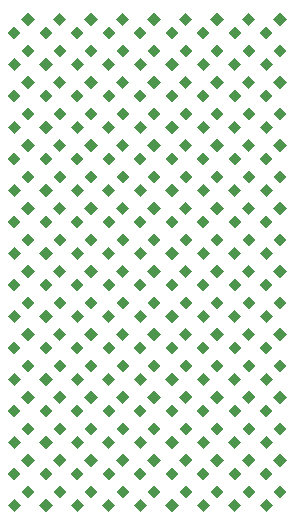
<source format=gbr>
G04 #@! TF.GenerationSoftware,KiCad,Pcbnew,(5.1.12-1-10_14)*
G04 #@! TF.CreationDate,2021-12-27T13:20:27-05:00*
G04 #@! TF.ProjectId,ledtrix,6c656474-7269-4782-9e6b-696361645f70,rev?*
G04 #@! TF.SameCoordinates,Original*
G04 #@! TF.FileFunction,Paste,Top*
G04 #@! TF.FilePolarity,Positive*
%FSLAX46Y46*%
G04 Gerber Fmt 4.6, Leading zero omitted, Abs format (unit mm)*
G04 Created by KiCad (PCBNEW (5.1.12-1-10_14)) date 2021-12-27 13:20:27*
%MOMM*%
%LPD*%
G01*
G04 APERTURE LIST*
%ADD10C,0.100000*%
G04 APERTURE END LIST*
D10*
G04 #@! TO.C,D9.1*
G36*
X178705424Y-64142302D02*
G01*
X178139739Y-63576617D01*
X178705424Y-63010932D01*
X179271109Y-63576617D01*
X178705424Y-64142302D01*
G37*
G36*
X179870000Y-62995685D02*
G01*
X179304315Y-62430000D01*
X179870000Y-61864315D01*
X180435685Y-62430000D01*
X179870000Y-62995685D01*
G37*
G04 #@! TD*
G04 #@! TO.C,D3.3*
G36*
X194705424Y-69475634D02*
G01*
X194139739Y-68909949D01*
X194705424Y-68344264D01*
X195271109Y-68909949D01*
X194705424Y-69475634D01*
G37*
G36*
X195870000Y-68329017D02*
G01*
X195304315Y-67763332D01*
X195870000Y-67197647D01*
X196435685Y-67763332D01*
X195870000Y-68329017D01*
G37*
G04 #@! TD*
G04 #@! TO.C,D9.14*
G36*
X178705424Y-98808960D02*
G01*
X178139739Y-98243275D01*
X178705424Y-97677590D01*
X179271109Y-98243275D01*
X178705424Y-98808960D01*
G37*
G36*
X179870000Y-97662343D02*
G01*
X179304315Y-97096658D01*
X179870000Y-96530973D01*
X180435685Y-97096658D01*
X179870000Y-97662343D01*
G37*
G04 #@! TD*
G04 #@! TO.C,D9.13*
G36*
X178705424Y-96142294D02*
G01*
X178139739Y-95576609D01*
X178705424Y-95010924D01*
X179271109Y-95576609D01*
X178705424Y-96142294D01*
G37*
G36*
X179870000Y-94995677D02*
G01*
X179304315Y-94429992D01*
X179870000Y-93864307D01*
X180435685Y-94429992D01*
X179870000Y-94995677D01*
G37*
G04 #@! TD*
G04 #@! TO.C,D9.12*
G36*
X178705424Y-93475628D02*
G01*
X178139739Y-92909943D01*
X178705424Y-92344258D01*
X179271109Y-92909943D01*
X178705424Y-93475628D01*
G37*
G36*
X179870000Y-92329011D02*
G01*
X179304315Y-91763326D01*
X179870000Y-91197641D01*
X180435685Y-91763326D01*
X179870000Y-92329011D01*
G37*
G04 #@! TD*
G04 #@! TO.C,D9.2*
G36*
X178705424Y-66808968D02*
G01*
X178139739Y-66243283D01*
X178705424Y-65677598D01*
X179271109Y-66243283D01*
X178705424Y-66808968D01*
G37*
G36*
X179870000Y-65662351D02*
G01*
X179304315Y-65096666D01*
X179870000Y-64530981D01*
X180435685Y-65096666D01*
X179870000Y-65662351D01*
G37*
G04 #@! TD*
G04 #@! TO.C,D9.3*
G36*
X178705424Y-69475634D02*
G01*
X178139739Y-68909949D01*
X178705424Y-68344264D01*
X179271109Y-68909949D01*
X178705424Y-69475634D01*
G37*
G36*
X179870000Y-68329017D02*
G01*
X179304315Y-67763332D01*
X179870000Y-67197647D01*
X180435685Y-67763332D01*
X179870000Y-68329017D01*
G37*
G04 #@! TD*
G04 #@! TO.C,D9.4*
G36*
X178705424Y-72142300D02*
G01*
X178139739Y-71576615D01*
X178705424Y-71010930D01*
X179271109Y-71576615D01*
X178705424Y-72142300D01*
G37*
G36*
X179870000Y-70995683D02*
G01*
X179304315Y-70429998D01*
X179870000Y-69864313D01*
X180435685Y-70429998D01*
X179870000Y-70995683D01*
G37*
G04 #@! TD*
G04 #@! TO.C,D9.5*
G36*
X178705424Y-74808966D02*
G01*
X178139739Y-74243281D01*
X178705424Y-73677596D01*
X179271109Y-74243281D01*
X178705424Y-74808966D01*
G37*
G36*
X179870000Y-73662349D02*
G01*
X179304315Y-73096664D01*
X179870000Y-72530979D01*
X180435685Y-73096664D01*
X179870000Y-73662349D01*
G37*
G04 #@! TD*
G04 #@! TO.C,D9.15*
G36*
X178705424Y-101475626D02*
G01*
X178139739Y-100909941D01*
X178705424Y-100344256D01*
X179271109Y-100909941D01*
X178705424Y-101475626D01*
G37*
G36*
X179870000Y-100329009D02*
G01*
X179304315Y-99763324D01*
X179870000Y-99197639D01*
X180435685Y-99763324D01*
X179870000Y-100329009D01*
G37*
G04 #@! TD*
G04 #@! TO.C,D9.6*
G36*
X178705424Y-77475632D02*
G01*
X178139739Y-76909947D01*
X178705424Y-76344262D01*
X179271109Y-76909947D01*
X178705424Y-77475632D01*
G37*
G36*
X179870000Y-76329015D02*
G01*
X179304315Y-75763330D01*
X179870000Y-75197645D01*
X180435685Y-75763330D01*
X179870000Y-76329015D01*
G37*
G04 #@! TD*
G04 #@! TO.C,D9.7*
G36*
X178705424Y-80142298D02*
G01*
X178139739Y-79576613D01*
X178705424Y-79010928D01*
X179271109Y-79576613D01*
X178705424Y-80142298D01*
G37*
G36*
X179870000Y-78995681D02*
G01*
X179304315Y-78429996D01*
X179870000Y-77864311D01*
X180435685Y-78429996D01*
X179870000Y-78995681D01*
G37*
G04 #@! TD*
G04 #@! TO.C,D9.8*
G36*
X178705424Y-82808964D02*
G01*
X178139739Y-82243279D01*
X178705424Y-81677594D01*
X179271109Y-82243279D01*
X178705424Y-82808964D01*
G37*
G36*
X179870000Y-81662347D02*
G01*
X179304315Y-81096662D01*
X179870000Y-80530977D01*
X180435685Y-81096662D01*
X179870000Y-81662347D01*
G37*
G04 #@! TD*
G04 #@! TO.C,D9.9*
G36*
X178705424Y-85475630D02*
G01*
X178139739Y-84909945D01*
X178705424Y-84344260D01*
X179271109Y-84909945D01*
X178705424Y-85475630D01*
G37*
G36*
X179870000Y-84329013D02*
G01*
X179304315Y-83763328D01*
X179870000Y-83197643D01*
X180435685Y-83763328D01*
X179870000Y-84329013D01*
G37*
G04 #@! TD*
G04 #@! TO.C,D9.10*
G36*
X178705424Y-88142296D02*
G01*
X178139739Y-87576611D01*
X178705424Y-87010926D01*
X179271109Y-87576611D01*
X178705424Y-88142296D01*
G37*
G36*
X179870000Y-86995679D02*
G01*
X179304315Y-86429994D01*
X179870000Y-85864309D01*
X180435685Y-86429994D01*
X179870000Y-86995679D01*
G37*
G04 #@! TD*
G04 #@! TO.C,D9.11*
G36*
X178705424Y-90808962D02*
G01*
X178139739Y-90243277D01*
X178705424Y-89677592D01*
X179271109Y-90243277D01*
X178705424Y-90808962D01*
G37*
G36*
X179870000Y-89662345D02*
G01*
X179304315Y-89096660D01*
X179870000Y-88530975D01*
X180435685Y-89096660D01*
X179870000Y-89662345D01*
G37*
G04 #@! TD*
G04 #@! TO.C,D9.16*
G36*
X178705424Y-104142292D02*
G01*
X178139739Y-103576607D01*
X178705424Y-103010922D01*
X179271109Y-103576607D01*
X178705424Y-104142292D01*
G37*
G36*
X179870000Y-102995675D02*
G01*
X179304315Y-102429990D01*
X179870000Y-101864305D01*
X180435685Y-102429990D01*
X179870000Y-102995675D01*
G37*
G04 #@! TD*
G04 #@! TO.C,D8.14*
G36*
X181375424Y-98808960D02*
G01*
X180809739Y-98243275D01*
X181375424Y-97677590D01*
X181941109Y-98243275D01*
X181375424Y-98808960D01*
G37*
G36*
X182540000Y-97662343D02*
G01*
X181974315Y-97096658D01*
X182540000Y-96530973D01*
X183105685Y-97096658D01*
X182540000Y-97662343D01*
G37*
G04 #@! TD*
G04 #@! TO.C,D8.13*
G36*
X181375424Y-96142294D02*
G01*
X180809739Y-95576609D01*
X181375424Y-95010924D01*
X181941109Y-95576609D01*
X181375424Y-96142294D01*
G37*
G36*
X182540000Y-94995677D02*
G01*
X181974315Y-94429992D01*
X182540000Y-93864307D01*
X183105685Y-94429992D01*
X182540000Y-94995677D01*
G37*
G04 #@! TD*
G04 #@! TO.C,D8.12*
G36*
X181375424Y-93475628D02*
G01*
X180809739Y-92909943D01*
X181375424Y-92344258D01*
X181941109Y-92909943D01*
X181375424Y-93475628D01*
G37*
G36*
X182540000Y-92329011D02*
G01*
X181974315Y-91763326D01*
X182540000Y-91197641D01*
X183105685Y-91763326D01*
X182540000Y-92329011D01*
G37*
G04 #@! TD*
G04 #@! TO.C,D8.1*
G36*
X181375424Y-64142302D02*
G01*
X180809739Y-63576617D01*
X181375424Y-63010932D01*
X181941109Y-63576617D01*
X181375424Y-64142302D01*
G37*
G36*
X182540000Y-62995685D02*
G01*
X181974315Y-62430000D01*
X182540000Y-61864315D01*
X183105685Y-62430000D01*
X182540000Y-62995685D01*
G37*
G04 #@! TD*
G04 #@! TO.C,D8.2*
G36*
X181375424Y-66808968D02*
G01*
X180809739Y-66243283D01*
X181375424Y-65677598D01*
X181941109Y-66243283D01*
X181375424Y-66808968D01*
G37*
G36*
X182540000Y-65662351D02*
G01*
X181974315Y-65096666D01*
X182540000Y-64530981D01*
X183105685Y-65096666D01*
X182540000Y-65662351D01*
G37*
G04 #@! TD*
G04 #@! TO.C,D8.3*
G36*
X181375424Y-69475634D02*
G01*
X180809739Y-68909949D01*
X181375424Y-68344264D01*
X181941109Y-68909949D01*
X181375424Y-69475634D01*
G37*
G36*
X182540000Y-68329017D02*
G01*
X181974315Y-67763332D01*
X182540000Y-67197647D01*
X183105685Y-67763332D01*
X182540000Y-68329017D01*
G37*
G04 #@! TD*
G04 #@! TO.C,D8.4*
G36*
X181375424Y-72142300D02*
G01*
X180809739Y-71576615D01*
X181375424Y-71010930D01*
X181941109Y-71576615D01*
X181375424Y-72142300D01*
G37*
G36*
X182540000Y-70995683D02*
G01*
X181974315Y-70429998D01*
X182540000Y-69864313D01*
X183105685Y-70429998D01*
X182540000Y-70995683D01*
G37*
G04 #@! TD*
G04 #@! TO.C,D8.5*
G36*
X181375424Y-74808966D02*
G01*
X180809739Y-74243281D01*
X181375424Y-73677596D01*
X181941109Y-74243281D01*
X181375424Y-74808966D01*
G37*
G36*
X182540000Y-73662349D02*
G01*
X181974315Y-73096664D01*
X182540000Y-72530979D01*
X183105685Y-73096664D01*
X182540000Y-73662349D01*
G37*
G04 #@! TD*
G04 #@! TO.C,D8.15*
G36*
X181375424Y-101475626D02*
G01*
X180809739Y-100909941D01*
X181375424Y-100344256D01*
X181941109Y-100909941D01*
X181375424Y-101475626D01*
G37*
G36*
X182540000Y-100329009D02*
G01*
X181974315Y-99763324D01*
X182540000Y-99197639D01*
X183105685Y-99763324D01*
X182540000Y-100329009D01*
G37*
G04 #@! TD*
G04 #@! TO.C,D8.6*
G36*
X181375424Y-77475632D02*
G01*
X180809739Y-76909947D01*
X181375424Y-76344262D01*
X181941109Y-76909947D01*
X181375424Y-77475632D01*
G37*
G36*
X182540000Y-76329015D02*
G01*
X181974315Y-75763330D01*
X182540000Y-75197645D01*
X183105685Y-75763330D01*
X182540000Y-76329015D01*
G37*
G04 #@! TD*
G04 #@! TO.C,D8.7*
G36*
X181375424Y-80142298D02*
G01*
X180809739Y-79576613D01*
X181375424Y-79010928D01*
X181941109Y-79576613D01*
X181375424Y-80142298D01*
G37*
G36*
X182540000Y-78995681D02*
G01*
X181974315Y-78429996D01*
X182540000Y-77864311D01*
X183105685Y-78429996D01*
X182540000Y-78995681D01*
G37*
G04 #@! TD*
G04 #@! TO.C,D8.8*
G36*
X181375424Y-82808964D02*
G01*
X180809739Y-82243279D01*
X181375424Y-81677594D01*
X181941109Y-82243279D01*
X181375424Y-82808964D01*
G37*
G36*
X182540000Y-81662347D02*
G01*
X181974315Y-81096662D01*
X182540000Y-80530977D01*
X183105685Y-81096662D01*
X182540000Y-81662347D01*
G37*
G04 #@! TD*
G04 #@! TO.C,D8.9*
G36*
X181375424Y-85475630D02*
G01*
X180809739Y-84909945D01*
X181375424Y-84344260D01*
X181941109Y-84909945D01*
X181375424Y-85475630D01*
G37*
G36*
X182540000Y-84329013D02*
G01*
X181974315Y-83763328D01*
X182540000Y-83197643D01*
X183105685Y-83763328D01*
X182540000Y-84329013D01*
G37*
G04 #@! TD*
G04 #@! TO.C,D8.10*
G36*
X181375424Y-88142296D02*
G01*
X180809739Y-87576611D01*
X181375424Y-87010926D01*
X181941109Y-87576611D01*
X181375424Y-88142296D01*
G37*
G36*
X182540000Y-86995679D02*
G01*
X181974315Y-86429994D01*
X182540000Y-85864309D01*
X183105685Y-86429994D01*
X182540000Y-86995679D01*
G37*
G04 #@! TD*
G04 #@! TO.C,D8.11*
G36*
X181375424Y-90808962D02*
G01*
X180809739Y-90243277D01*
X181375424Y-89677592D01*
X181941109Y-90243277D01*
X181375424Y-90808962D01*
G37*
G36*
X182540000Y-89662345D02*
G01*
X181974315Y-89096660D01*
X182540000Y-88530975D01*
X183105685Y-89096660D01*
X182540000Y-89662345D01*
G37*
G04 #@! TD*
G04 #@! TO.C,D8.16*
G36*
X181375424Y-104142292D02*
G01*
X180809739Y-103576607D01*
X181375424Y-103010922D01*
X181941109Y-103576607D01*
X181375424Y-104142292D01*
G37*
G36*
X182540000Y-102995675D02*
G01*
X181974315Y-102429990D01*
X182540000Y-101864305D01*
X183105685Y-102429990D01*
X182540000Y-102995675D01*
G37*
G04 #@! TD*
G04 #@! TO.C,D7.14*
G36*
X184045424Y-98808960D02*
G01*
X183479739Y-98243275D01*
X184045424Y-97677590D01*
X184611109Y-98243275D01*
X184045424Y-98808960D01*
G37*
G36*
X185210000Y-97662343D02*
G01*
X184644315Y-97096658D01*
X185210000Y-96530973D01*
X185775685Y-97096658D01*
X185210000Y-97662343D01*
G37*
G04 #@! TD*
G04 #@! TO.C,D7.13*
G36*
X184045424Y-96142294D02*
G01*
X183479739Y-95576609D01*
X184045424Y-95010924D01*
X184611109Y-95576609D01*
X184045424Y-96142294D01*
G37*
G36*
X185210000Y-94995677D02*
G01*
X184644315Y-94429992D01*
X185210000Y-93864307D01*
X185775685Y-94429992D01*
X185210000Y-94995677D01*
G37*
G04 #@! TD*
G04 #@! TO.C,D7.12*
G36*
X184045424Y-93475628D02*
G01*
X183479739Y-92909943D01*
X184045424Y-92344258D01*
X184611109Y-92909943D01*
X184045424Y-93475628D01*
G37*
G36*
X185210000Y-92329011D02*
G01*
X184644315Y-91763326D01*
X185210000Y-91197641D01*
X185775685Y-91763326D01*
X185210000Y-92329011D01*
G37*
G04 #@! TD*
G04 #@! TO.C,D7.1*
G36*
X184045424Y-64142302D02*
G01*
X183479739Y-63576617D01*
X184045424Y-63010932D01*
X184611109Y-63576617D01*
X184045424Y-64142302D01*
G37*
G36*
X185210000Y-62995685D02*
G01*
X184644315Y-62430000D01*
X185210000Y-61864315D01*
X185775685Y-62430000D01*
X185210000Y-62995685D01*
G37*
G04 #@! TD*
G04 #@! TO.C,D7.2*
G36*
X184045424Y-66808968D02*
G01*
X183479739Y-66243283D01*
X184045424Y-65677598D01*
X184611109Y-66243283D01*
X184045424Y-66808968D01*
G37*
G36*
X185210000Y-65662351D02*
G01*
X184644315Y-65096666D01*
X185210000Y-64530981D01*
X185775685Y-65096666D01*
X185210000Y-65662351D01*
G37*
G04 #@! TD*
G04 #@! TO.C,D7.3*
G36*
X184045424Y-69475634D02*
G01*
X183479739Y-68909949D01*
X184045424Y-68344264D01*
X184611109Y-68909949D01*
X184045424Y-69475634D01*
G37*
G36*
X185210000Y-68329017D02*
G01*
X184644315Y-67763332D01*
X185210000Y-67197647D01*
X185775685Y-67763332D01*
X185210000Y-68329017D01*
G37*
G04 #@! TD*
G04 #@! TO.C,D7.4*
G36*
X184045424Y-72142300D02*
G01*
X183479739Y-71576615D01*
X184045424Y-71010930D01*
X184611109Y-71576615D01*
X184045424Y-72142300D01*
G37*
G36*
X185210000Y-70995683D02*
G01*
X184644315Y-70429998D01*
X185210000Y-69864313D01*
X185775685Y-70429998D01*
X185210000Y-70995683D01*
G37*
G04 #@! TD*
G04 #@! TO.C,D7.5*
G36*
X184045424Y-74808966D02*
G01*
X183479739Y-74243281D01*
X184045424Y-73677596D01*
X184611109Y-74243281D01*
X184045424Y-74808966D01*
G37*
G36*
X185210000Y-73662349D02*
G01*
X184644315Y-73096664D01*
X185210000Y-72530979D01*
X185775685Y-73096664D01*
X185210000Y-73662349D01*
G37*
G04 #@! TD*
G04 #@! TO.C,D7.15*
G36*
X184045424Y-101475626D02*
G01*
X183479739Y-100909941D01*
X184045424Y-100344256D01*
X184611109Y-100909941D01*
X184045424Y-101475626D01*
G37*
G36*
X185210000Y-100329009D02*
G01*
X184644315Y-99763324D01*
X185210000Y-99197639D01*
X185775685Y-99763324D01*
X185210000Y-100329009D01*
G37*
G04 #@! TD*
G04 #@! TO.C,D7.6*
G36*
X184045424Y-77475632D02*
G01*
X183479739Y-76909947D01*
X184045424Y-76344262D01*
X184611109Y-76909947D01*
X184045424Y-77475632D01*
G37*
G36*
X185210000Y-76329015D02*
G01*
X184644315Y-75763330D01*
X185210000Y-75197645D01*
X185775685Y-75763330D01*
X185210000Y-76329015D01*
G37*
G04 #@! TD*
G04 #@! TO.C,D7.7*
G36*
X184045424Y-80142298D02*
G01*
X183479739Y-79576613D01*
X184045424Y-79010928D01*
X184611109Y-79576613D01*
X184045424Y-80142298D01*
G37*
G36*
X185210000Y-78995681D02*
G01*
X184644315Y-78429996D01*
X185210000Y-77864311D01*
X185775685Y-78429996D01*
X185210000Y-78995681D01*
G37*
G04 #@! TD*
G04 #@! TO.C,D7.8*
G36*
X184045424Y-82808964D02*
G01*
X183479739Y-82243279D01*
X184045424Y-81677594D01*
X184611109Y-82243279D01*
X184045424Y-82808964D01*
G37*
G36*
X185210000Y-81662347D02*
G01*
X184644315Y-81096662D01*
X185210000Y-80530977D01*
X185775685Y-81096662D01*
X185210000Y-81662347D01*
G37*
G04 #@! TD*
G04 #@! TO.C,D7.9*
G36*
X184045424Y-85475630D02*
G01*
X183479739Y-84909945D01*
X184045424Y-84344260D01*
X184611109Y-84909945D01*
X184045424Y-85475630D01*
G37*
G36*
X185210000Y-84329013D02*
G01*
X184644315Y-83763328D01*
X185210000Y-83197643D01*
X185775685Y-83763328D01*
X185210000Y-84329013D01*
G37*
G04 #@! TD*
G04 #@! TO.C,D7.10*
G36*
X184045424Y-88142296D02*
G01*
X183479739Y-87576611D01*
X184045424Y-87010926D01*
X184611109Y-87576611D01*
X184045424Y-88142296D01*
G37*
G36*
X185210000Y-86995679D02*
G01*
X184644315Y-86429994D01*
X185210000Y-85864309D01*
X185775685Y-86429994D01*
X185210000Y-86995679D01*
G37*
G04 #@! TD*
G04 #@! TO.C,D7.11*
G36*
X184045424Y-90808962D02*
G01*
X183479739Y-90243277D01*
X184045424Y-89677592D01*
X184611109Y-90243277D01*
X184045424Y-90808962D01*
G37*
G36*
X185210000Y-89662345D02*
G01*
X184644315Y-89096660D01*
X185210000Y-88530975D01*
X185775685Y-89096660D01*
X185210000Y-89662345D01*
G37*
G04 #@! TD*
G04 #@! TO.C,D7.16*
G36*
X184045424Y-104142292D02*
G01*
X183479739Y-103576607D01*
X184045424Y-103010922D01*
X184611109Y-103576607D01*
X184045424Y-104142292D01*
G37*
G36*
X185210000Y-102995675D02*
G01*
X184644315Y-102429990D01*
X185210000Y-101864305D01*
X185775685Y-102429990D01*
X185210000Y-102995675D01*
G37*
G04 #@! TD*
G04 #@! TO.C,D6.14*
G36*
X186705424Y-98808960D02*
G01*
X186139739Y-98243275D01*
X186705424Y-97677590D01*
X187271109Y-98243275D01*
X186705424Y-98808960D01*
G37*
G36*
X187870000Y-97662343D02*
G01*
X187304315Y-97096658D01*
X187870000Y-96530973D01*
X188435685Y-97096658D01*
X187870000Y-97662343D01*
G37*
G04 #@! TD*
G04 #@! TO.C,D6.13*
G36*
X186705424Y-96142294D02*
G01*
X186139739Y-95576609D01*
X186705424Y-95010924D01*
X187271109Y-95576609D01*
X186705424Y-96142294D01*
G37*
G36*
X187870000Y-94995677D02*
G01*
X187304315Y-94429992D01*
X187870000Y-93864307D01*
X188435685Y-94429992D01*
X187870000Y-94995677D01*
G37*
G04 #@! TD*
G04 #@! TO.C,D6.12*
G36*
X186705424Y-93475628D02*
G01*
X186139739Y-92909943D01*
X186705424Y-92344258D01*
X187271109Y-92909943D01*
X186705424Y-93475628D01*
G37*
G36*
X187870000Y-92329011D02*
G01*
X187304315Y-91763326D01*
X187870000Y-91197641D01*
X188435685Y-91763326D01*
X187870000Y-92329011D01*
G37*
G04 #@! TD*
G04 #@! TO.C,D6.1*
G36*
X186705424Y-64142302D02*
G01*
X186139739Y-63576617D01*
X186705424Y-63010932D01*
X187271109Y-63576617D01*
X186705424Y-64142302D01*
G37*
G36*
X187870000Y-62995685D02*
G01*
X187304315Y-62430000D01*
X187870000Y-61864315D01*
X188435685Y-62430000D01*
X187870000Y-62995685D01*
G37*
G04 #@! TD*
G04 #@! TO.C,D6.2*
G36*
X186705424Y-66808968D02*
G01*
X186139739Y-66243283D01*
X186705424Y-65677598D01*
X187271109Y-66243283D01*
X186705424Y-66808968D01*
G37*
G36*
X187870000Y-65662351D02*
G01*
X187304315Y-65096666D01*
X187870000Y-64530981D01*
X188435685Y-65096666D01*
X187870000Y-65662351D01*
G37*
G04 #@! TD*
G04 #@! TO.C,D6.3*
G36*
X186705424Y-69475634D02*
G01*
X186139739Y-68909949D01*
X186705424Y-68344264D01*
X187271109Y-68909949D01*
X186705424Y-69475634D01*
G37*
G36*
X187870000Y-68329017D02*
G01*
X187304315Y-67763332D01*
X187870000Y-67197647D01*
X188435685Y-67763332D01*
X187870000Y-68329017D01*
G37*
G04 #@! TD*
G04 #@! TO.C,D6.4*
G36*
X186705424Y-72142300D02*
G01*
X186139739Y-71576615D01*
X186705424Y-71010930D01*
X187271109Y-71576615D01*
X186705424Y-72142300D01*
G37*
G36*
X187870000Y-70995683D02*
G01*
X187304315Y-70429998D01*
X187870000Y-69864313D01*
X188435685Y-70429998D01*
X187870000Y-70995683D01*
G37*
G04 #@! TD*
G04 #@! TO.C,D6.5*
G36*
X186705424Y-74808966D02*
G01*
X186139739Y-74243281D01*
X186705424Y-73677596D01*
X187271109Y-74243281D01*
X186705424Y-74808966D01*
G37*
G36*
X187870000Y-73662349D02*
G01*
X187304315Y-73096664D01*
X187870000Y-72530979D01*
X188435685Y-73096664D01*
X187870000Y-73662349D01*
G37*
G04 #@! TD*
G04 #@! TO.C,D6.15*
G36*
X186705424Y-101475626D02*
G01*
X186139739Y-100909941D01*
X186705424Y-100344256D01*
X187271109Y-100909941D01*
X186705424Y-101475626D01*
G37*
G36*
X187870000Y-100329009D02*
G01*
X187304315Y-99763324D01*
X187870000Y-99197639D01*
X188435685Y-99763324D01*
X187870000Y-100329009D01*
G37*
G04 #@! TD*
G04 #@! TO.C,D6.6*
G36*
X186705424Y-77475632D02*
G01*
X186139739Y-76909947D01*
X186705424Y-76344262D01*
X187271109Y-76909947D01*
X186705424Y-77475632D01*
G37*
G36*
X187870000Y-76329015D02*
G01*
X187304315Y-75763330D01*
X187870000Y-75197645D01*
X188435685Y-75763330D01*
X187870000Y-76329015D01*
G37*
G04 #@! TD*
G04 #@! TO.C,D6.7*
G36*
X186705424Y-80142298D02*
G01*
X186139739Y-79576613D01*
X186705424Y-79010928D01*
X187271109Y-79576613D01*
X186705424Y-80142298D01*
G37*
G36*
X187870000Y-78995681D02*
G01*
X187304315Y-78429996D01*
X187870000Y-77864311D01*
X188435685Y-78429996D01*
X187870000Y-78995681D01*
G37*
G04 #@! TD*
G04 #@! TO.C,D6.8*
G36*
X186705424Y-82808964D02*
G01*
X186139739Y-82243279D01*
X186705424Y-81677594D01*
X187271109Y-82243279D01*
X186705424Y-82808964D01*
G37*
G36*
X187870000Y-81662347D02*
G01*
X187304315Y-81096662D01*
X187870000Y-80530977D01*
X188435685Y-81096662D01*
X187870000Y-81662347D01*
G37*
G04 #@! TD*
G04 #@! TO.C,D6.9*
G36*
X186705424Y-85475630D02*
G01*
X186139739Y-84909945D01*
X186705424Y-84344260D01*
X187271109Y-84909945D01*
X186705424Y-85475630D01*
G37*
G36*
X187870000Y-84329013D02*
G01*
X187304315Y-83763328D01*
X187870000Y-83197643D01*
X188435685Y-83763328D01*
X187870000Y-84329013D01*
G37*
G04 #@! TD*
G04 #@! TO.C,D6.10*
G36*
X186705424Y-88142296D02*
G01*
X186139739Y-87576611D01*
X186705424Y-87010926D01*
X187271109Y-87576611D01*
X186705424Y-88142296D01*
G37*
G36*
X187870000Y-86995679D02*
G01*
X187304315Y-86429994D01*
X187870000Y-85864309D01*
X188435685Y-86429994D01*
X187870000Y-86995679D01*
G37*
G04 #@! TD*
G04 #@! TO.C,D6.11*
G36*
X186705424Y-90808962D02*
G01*
X186139739Y-90243277D01*
X186705424Y-89677592D01*
X187271109Y-90243277D01*
X186705424Y-90808962D01*
G37*
G36*
X187870000Y-89662345D02*
G01*
X187304315Y-89096660D01*
X187870000Y-88530975D01*
X188435685Y-89096660D01*
X187870000Y-89662345D01*
G37*
G04 #@! TD*
G04 #@! TO.C,D6.16*
G36*
X186705424Y-104142292D02*
G01*
X186139739Y-103576607D01*
X186705424Y-103010922D01*
X187271109Y-103576607D01*
X186705424Y-104142292D01*
G37*
G36*
X187870000Y-102995675D02*
G01*
X187304315Y-102429990D01*
X187870000Y-101864305D01*
X188435685Y-102429990D01*
X187870000Y-102995675D01*
G37*
G04 #@! TD*
G04 #@! TO.C,D5.14*
G36*
X189375424Y-98808960D02*
G01*
X188809739Y-98243275D01*
X189375424Y-97677590D01*
X189941109Y-98243275D01*
X189375424Y-98808960D01*
G37*
G36*
X190540000Y-97662343D02*
G01*
X189974315Y-97096658D01*
X190540000Y-96530973D01*
X191105685Y-97096658D01*
X190540000Y-97662343D01*
G37*
G04 #@! TD*
G04 #@! TO.C,D5.13*
G36*
X189375424Y-96142294D02*
G01*
X188809739Y-95576609D01*
X189375424Y-95010924D01*
X189941109Y-95576609D01*
X189375424Y-96142294D01*
G37*
G36*
X190540000Y-94995677D02*
G01*
X189974315Y-94429992D01*
X190540000Y-93864307D01*
X191105685Y-94429992D01*
X190540000Y-94995677D01*
G37*
G04 #@! TD*
G04 #@! TO.C,D5.12*
G36*
X189375424Y-93475628D02*
G01*
X188809739Y-92909943D01*
X189375424Y-92344258D01*
X189941109Y-92909943D01*
X189375424Y-93475628D01*
G37*
G36*
X190540000Y-92329011D02*
G01*
X189974315Y-91763326D01*
X190540000Y-91197641D01*
X191105685Y-91763326D01*
X190540000Y-92329011D01*
G37*
G04 #@! TD*
G04 #@! TO.C,D5.1*
G36*
X189375424Y-64142302D02*
G01*
X188809739Y-63576617D01*
X189375424Y-63010932D01*
X189941109Y-63576617D01*
X189375424Y-64142302D01*
G37*
G36*
X190540000Y-62995685D02*
G01*
X189974315Y-62430000D01*
X190540000Y-61864315D01*
X191105685Y-62430000D01*
X190540000Y-62995685D01*
G37*
G04 #@! TD*
G04 #@! TO.C,D5.2*
G36*
X189375424Y-66808968D02*
G01*
X188809739Y-66243283D01*
X189375424Y-65677598D01*
X189941109Y-66243283D01*
X189375424Y-66808968D01*
G37*
G36*
X190540000Y-65662351D02*
G01*
X189974315Y-65096666D01*
X190540000Y-64530981D01*
X191105685Y-65096666D01*
X190540000Y-65662351D01*
G37*
G04 #@! TD*
G04 #@! TO.C,D5.3*
G36*
X189375424Y-69475634D02*
G01*
X188809739Y-68909949D01*
X189375424Y-68344264D01*
X189941109Y-68909949D01*
X189375424Y-69475634D01*
G37*
G36*
X190540000Y-68329017D02*
G01*
X189974315Y-67763332D01*
X190540000Y-67197647D01*
X191105685Y-67763332D01*
X190540000Y-68329017D01*
G37*
G04 #@! TD*
G04 #@! TO.C,D5.4*
G36*
X189375424Y-72142300D02*
G01*
X188809739Y-71576615D01*
X189375424Y-71010930D01*
X189941109Y-71576615D01*
X189375424Y-72142300D01*
G37*
G36*
X190540000Y-70995683D02*
G01*
X189974315Y-70429998D01*
X190540000Y-69864313D01*
X191105685Y-70429998D01*
X190540000Y-70995683D01*
G37*
G04 #@! TD*
G04 #@! TO.C,D5.5*
G36*
X189375424Y-74808966D02*
G01*
X188809739Y-74243281D01*
X189375424Y-73677596D01*
X189941109Y-74243281D01*
X189375424Y-74808966D01*
G37*
G36*
X190540000Y-73662349D02*
G01*
X189974315Y-73096664D01*
X190540000Y-72530979D01*
X191105685Y-73096664D01*
X190540000Y-73662349D01*
G37*
G04 #@! TD*
G04 #@! TO.C,D5.15*
G36*
X189375424Y-101475626D02*
G01*
X188809739Y-100909941D01*
X189375424Y-100344256D01*
X189941109Y-100909941D01*
X189375424Y-101475626D01*
G37*
G36*
X190540000Y-100329009D02*
G01*
X189974315Y-99763324D01*
X190540000Y-99197639D01*
X191105685Y-99763324D01*
X190540000Y-100329009D01*
G37*
G04 #@! TD*
G04 #@! TO.C,D5.6*
G36*
X189375424Y-77475632D02*
G01*
X188809739Y-76909947D01*
X189375424Y-76344262D01*
X189941109Y-76909947D01*
X189375424Y-77475632D01*
G37*
G36*
X190540000Y-76329015D02*
G01*
X189974315Y-75763330D01*
X190540000Y-75197645D01*
X191105685Y-75763330D01*
X190540000Y-76329015D01*
G37*
G04 #@! TD*
G04 #@! TO.C,D5.7*
G36*
X189375424Y-80142298D02*
G01*
X188809739Y-79576613D01*
X189375424Y-79010928D01*
X189941109Y-79576613D01*
X189375424Y-80142298D01*
G37*
G36*
X190540000Y-78995681D02*
G01*
X189974315Y-78429996D01*
X190540000Y-77864311D01*
X191105685Y-78429996D01*
X190540000Y-78995681D01*
G37*
G04 #@! TD*
G04 #@! TO.C,D5.8*
G36*
X189375424Y-82808964D02*
G01*
X188809739Y-82243279D01*
X189375424Y-81677594D01*
X189941109Y-82243279D01*
X189375424Y-82808964D01*
G37*
G36*
X190540000Y-81662347D02*
G01*
X189974315Y-81096662D01*
X190540000Y-80530977D01*
X191105685Y-81096662D01*
X190540000Y-81662347D01*
G37*
G04 #@! TD*
G04 #@! TO.C,D5.9*
G36*
X189375424Y-85475630D02*
G01*
X188809739Y-84909945D01*
X189375424Y-84344260D01*
X189941109Y-84909945D01*
X189375424Y-85475630D01*
G37*
G36*
X190540000Y-84329013D02*
G01*
X189974315Y-83763328D01*
X190540000Y-83197643D01*
X191105685Y-83763328D01*
X190540000Y-84329013D01*
G37*
G04 #@! TD*
G04 #@! TO.C,D5.10*
G36*
X189375424Y-88142296D02*
G01*
X188809739Y-87576611D01*
X189375424Y-87010926D01*
X189941109Y-87576611D01*
X189375424Y-88142296D01*
G37*
G36*
X190540000Y-86995679D02*
G01*
X189974315Y-86429994D01*
X190540000Y-85864309D01*
X191105685Y-86429994D01*
X190540000Y-86995679D01*
G37*
G04 #@! TD*
G04 #@! TO.C,D5.11*
G36*
X189375424Y-90808962D02*
G01*
X188809739Y-90243277D01*
X189375424Y-89677592D01*
X189941109Y-90243277D01*
X189375424Y-90808962D01*
G37*
G36*
X190540000Y-89662345D02*
G01*
X189974315Y-89096660D01*
X190540000Y-88530975D01*
X191105685Y-89096660D01*
X190540000Y-89662345D01*
G37*
G04 #@! TD*
G04 #@! TO.C,D5.16*
G36*
X189375424Y-104142292D02*
G01*
X188809739Y-103576607D01*
X189375424Y-103010922D01*
X189941109Y-103576607D01*
X189375424Y-104142292D01*
G37*
G36*
X190540000Y-102995675D02*
G01*
X189974315Y-102429990D01*
X190540000Y-101864305D01*
X191105685Y-102429990D01*
X190540000Y-102995675D01*
G37*
G04 #@! TD*
G04 #@! TO.C,D4.14*
G36*
X192045424Y-98808960D02*
G01*
X191479739Y-98243275D01*
X192045424Y-97677590D01*
X192611109Y-98243275D01*
X192045424Y-98808960D01*
G37*
G36*
X193210000Y-97662343D02*
G01*
X192644315Y-97096658D01*
X193210000Y-96530973D01*
X193775685Y-97096658D01*
X193210000Y-97662343D01*
G37*
G04 #@! TD*
G04 #@! TO.C,D4.13*
G36*
X192045424Y-96142294D02*
G01*
X191479739Y-95576609D01*
X192045424Y-95010924D01*
X192611109Y-95576609D01*
X192045424Y-96142294D01*
G37*
G36*
X193210000Y-94995677D02*
G01*
X192644315Y-94429992D01*
X193210000Y-93864307D01*
X193775685Y-94429992D01*
X193210000Y-94995677D01*
G37*
G04 #@! TD*
G04 #@! TO.C,D4.12*
G36*
X192045424Y-93475628D02*
G01*
X191479739Y-92909943D01*
X192045424Y-92344258D01*
X192611109Y-92909943D01*
X192045424Y-93475628D01*
G37*
G36*
X193210000Y-92329011D02*
G01*
X192644315Y-91763326D01*
X193210000Y-91197641D01*
X193775685Y-91763326D01*
X193210000Y-92329011D01*
G37*
G04 #@! TD*
G04 #@! TO.C,D4.1*
G36*
X192045424Y-64142302D02*
G01*
X191479739Y-63576617D01*
X192045424Y-63010932D01*
X192611109Y-63576617D01*
X192045424Y-64142302D01*
G37*
G36*
X193210000Y-62995685D02*
G01*
X192644315Y-62430000D01*
X193210000Y-61864315D01*
X193775685Y-62430000D01*
X193210000Y-62995685D01*
G37*
G04 #@! TD*
G04 #@! TO.C,D4.2*
G36*
X192045424Y-66808968D02*
G01*
X191479739Y-66243283D01*
X192045424Y-65677598D01*
X192611109Y-66243283D01*
X192045424Y-66808968D01*
G37*
G36*
X193210000Y-65662351D02*
G01*
X192644315Y-65096666D01*
X193210000Y-64530981D01*
X193775685Y-65096666D01*
X193210000Y-65662351D01*
G37*
G04 #@! TD*
G04 #@! TO.C,D4.3*
G36*
X192045424Y-69475634D02*
G01*
X191479739Y-68909949D01*
X192045424Y-68344264D01*
X192611109Y-68909949D01*
X192045424Y-69475634D01*
G37*
G36*
X193210000Y-68329017D02*
G01*
X192644315Y-67763332D01*
X193210000Y-67197647D01*
X193775685Y-67763332D01*
X193210000Y-68329017D01*
G37*
G04 #@! TD*
G04 #@! TO.C,D4.4*
G36*
X192045424Y-72142300D02*
G01*
X191479739Y-71576615D01*
X192045424Y-71010930D01*
X192611109Y-71576615D01*
X192045424Y-72142300D01*
G37*
G36*
X193210000Y-70995683D02*
G01*
X192644315Y-70429998D01*
X193210000Y-69864313D01*
X193775685Y-70429998D01*
X193210000Y-70995683D01*
G37*
G04 #@! TD*
G04 #@! TO.C,D4.5*
G36*
X192045424Y-74808966D02*
G01*
X191479739Y-74243281D01*
X192045424Y-73677596D01*
X192611109Y-74243281D01*
X192045424Y-74808966D01*
G37*
G36*
X193210000Y-73662349D02*
G01*
X192644315Y-73096664D01*
X193210000Y-72530979D01*
X193775685Y-73096664D01*
X193210000Y-73662349D01*
G37*
G04 #@! TD*
G04 #@! TO.C,D4.15*
G36*
X192045424Y-101475626D02*
G01*
X191479739Y-100909941D01*
X192045424Y-100344256D01*
X192611109Y-100909941D01*
X192045424Y-101475626D01*
G37*
G36*
X193210000Y-100329009D02*
G01*
X192644315Y-99763324D01*
X193210000Y-99197639D01*
X193775685Y-99763324D01*
X193210000Y-100329009D01*
G37*
G04 #@! TD*
G04 #@! TO.C,D4.6*
G36*
X192045424Y-77475632D02*
G01*
X191479739Y-76909947D01*
X192045424Y-76344262D01*
X192611109Y-76909947D01*
X192045424Y-77475632D01*
G37*
G36*
X193210000Y-76329015D02*
G01*
X192644315Y-75763330D01*
X193210000Y-75197645D01*
X193775685Y-75763330D01*
X193210000Y-76329015D01*
G37*
G04 #@! TD*
G04 #@! TO.C,D4.7*
G36*
X192045424Y-80142298D02*
G01*
X191479739Y-79576613D01*
X192045424Y-79010928D01*
X192611109Y-79576613D01*
X192045424Y-80142298D01*
G37*
G36*
X193210000Y-78995681D02*
G01*
X192644315Y-78429996D01*
X193210000Y-77864311D01*
X193775685Y-78429996D01*
X193210000Y-78995681D01*
G37*
G04 #@! TD*
G04 #@! TO.C,D4.8*
G36*
X192045424Y-82808964D02*
G01*
X191479739Y-82243279D01*
X192045424Y-81677594D01*
X192611109Y-82243279D01*
X192045424Y-82808964D01*
G37*
G36*
X193210000Y-81662347D02*
G01*
X192644315Y-81096662D01*
X193210000Y-80530977D01*
X193775685Y-81096662D01*
X193210000Y-81662347D01*
G37*
G04 #@! TD*
G04 #@! TO.C,D4.9*
G36*
X192045424Y-85475630D02*
G01*
X191479739Y-84909945D01*
X192045424Y-84344260D01*
X192611109Y-84909945D01*
X192045424Y-85475630D01*
G37*
G36*
X193210000Y-84329013D02*
G01*
X192644315Y-83763328D01*
X193210000Y-83197643D01*
X193775685Y-83763328D01*
X193210000Y-84329013D01*
G37*
G04 #@! TD*
G04 #@! TO.C,D4.10*
G36*
X192045424Y-88142296D02*
G01*
X191479739Y-87576611D01*
X192045424Y-87010926D01*
X192611109Y-87576611D01*
X192045424Y-88142296D01*
G37*
G36*
X193210000Y-86995679D02*
G01*
X192644315Y-86429994D01*
X193210000Y-85864309D01*
X193775685Y-86429994D01*
X193210000Y-86995679D01*
G37*
G04 #@! TD*
G04 #@! TO.C,D4.11*
G36*
X192045424Y-90808962D02*
G01*
X191479739Y-90243277D01*
X192045424Y-89677592D01*
X192611109Y-90243277D01*
X192045424Y-90808962D01*
G37*
G36*
X193210000Y-89662345D02*
G01*
X192644315Y-89096660D01*
X193210000Y-88530975D01*
X193775685Y-89096660D01*
X193210000Y-89662345D01*
G37*
G04 #@! TD*
G04 #@! TO.C,D4.16*
G36*
X192045424Y-104142292D02*
G01*
X191479739Y-103576607D01*
X192045424Y-103010922D01*
X192611109Y-103576607D01*
X192045424Y-104142292D01*
G37*
G36*
X193210000Y-102995675D02*
G01*
X192644315Y-102429990D01*
X193210000Y-101864305D01*
X193775685Y-102429990D01*
X193210000Y-102995675D01*
G37*
G04 #@! TD*
G04 #@! TO.C,D3.14*
G36*
X194705424Y-98808960D02*
G01*
X194139739Y-98243275D01*
X194705424Y-97677590D01*
X195271109Y-98243275D01*
X194705424Y-98808960D01*
G37*
G36*
X195870000Y-97662343D02*
G01*
X195304315Y-97096658D01*
X195870000Y-96530973D01*
X196435685Y-97096658D01*
X195870000Y-97662343D01*
G37*
G04 #@! TD*
G04 #@! TO.C,D3.13*
G36*
X194705424Y-96142294D02*
G01*
X194139739Y-95576609D01*
X194705424Y-95010924D01*
X195271109Y-95576609D01*
X194705424Y-96142294D01*
G37*
G36*
X195870000Y-94995677D02*
G01*
X195304315Y-94429992D01*
X195870000Y-93864307D01*
X196435685Y-94429992D01*
X195870000Y-94995677D01*
G37*
G04 #@! TD*
G04 #@! TO.C,D3.12*
G36*
X194705424Y-93475628D02*
G01*
X194139739Y-92909943D01*
X194705424Y-92344258D01*
X195271109Y-92909943D01*
X194705424Y-93475628D01*
G37*
G36*
X195870000Y-92329011D02*
G01*
X195304315Y-91763326D01*
X195870000Y-91197641D01*
X196435685Y-91763326D01*
X195870000Y-92329011D01*
G37*
G04 #@! TD*
G04 #@! TO.C,D3.1*
G36*
X194705424Y-64142302D02*
G01*
X194139739Y-63576617D01*
X194705424Y-63010932D01*
X195271109Y-63576617D01*
X194705424Y-64142302D01*
G37*
G36*
X195870000Y-62995685D02*
G01*
X195304315Y-62430000D01*
X195870000Y-61864315D01*
X196435685Y-62430000D01*
X195870000Y-62995685D01*
G37*
G04 #@! TD*
G04 #@! TO.C,D3.2*
G36*
X194705424Y-66808968D02*
G01*
X194139739Y-66243283D01*
X194705424Y-65677598D01*
X195271109Y-66243283D01*
X194705424Y-66808968D01*
G37*
G36*
X195870000Y-65662351D02*
G01*
X195304315Y-65096666D01*
X195870000Y-64530981D01*
X196435685Y-65096666D01*
X195870000Y-65662351D01*
G37*
G04 #@! TD*
G04 #@! TO.C,D3.4*
G36*
X194705424Y-72142300D02*
G01*
X194139739Y-71576615D01*
X194705424Y-71010930D01*
X195271109Y-71576615D01*
X194705424Y-72142300D01*
G37*
G36*
X195870000Y-70995683D02*
G01*
X195304315Y-70429998D01*
X195870000Y-69864313D01*
X196435685Y-70429998D01*
X195870000Y-70995683D01*
G37*
G04 #@! TD*
G04 #@! TO.C,D3.5*
G36*
X194705424Y-74808966D02*
G01*
X194139739Y-74243281D01*
X194705424Y-73677596D01*
X195271109Y-74243281D01*
X194705424Y-74808966D01*
G37*
G36*
X195870000Y-73662349D02*
G01*
X195304315Y-73096664D01*
X195870000Y-72530979D01*
X196435685Y-73096664D01*
X195870000Y-73662349D01*
G37*
G04 #@! TD*
G04 #@! TO.C,D3.15*
G36*
X194705424Y-101475626D02*
G01*
X194139739Y-100909941D01*
X194705424Y-100344256D01*
X195271109Y-100909941D01*
X194705424Y-101475626D01*
G37*
G36*
X195870000Y-100329009D02*
G01*
X195304315Y-99763324D01*
X195870000Y-99197639D01*
X196435685Y-99763324D01*
X195870000Y-100329009D01*
G37*
G04 #@! TD*
G04 #@! TO.C,D3.6*
G36*
X194705424Y-77475632D02*
G01*
X194139739Y-76909947D01*
X194705424Y-76344262D01*
X195271109Y-76909947D01*
X194705424Y-77475632D01*
G37*
G36*
X195870000Y-76329015D02*
G01*
X195304315Y-75763330D01*
X195870000Y-75197645D01*
X196435685Y-75763330D01*
X195870000Y-76329015D01*
G37*
G04 #@! TD*
G04 #@! TO.C,D3.7*
G36*
X194705424Y-80142298D02*
G01*
X194139739Y-79576613D01*
X194705424Y-79010928D01*
X195271109Y-79576613D01*
X194705424Y-80142298D01*
G37*
G36*
X195870000Y-78995681D02*
G01*
X195304315Y-78429996D01*
X195870000Y-77864311D01*
X196435685Y-78429996D01*
X195870000Y-78995681D01*
G37*
G04 #@! TD*
G04 #@! TO.C,D3.8*
G36*
X194705424Y-82808964D02*
G01*
X194139739Y-82243279D01*
X194705424Y-81677594D01*
X195271109Y-82243279D01*
X194705424Y-82808964D01*
G37*
G36*
X195870000Y-81662347D02*
G01*
X195304315Y-81096662D01*
X195870000Y-80530977D01*
X196435685Y-81096662D01*
X195870000Y-81662347D01*
G37*
G04 #@! TD*
G04 #@! TO.C,D3.9*
G36*
X194705424Y-85475630D02*
G01*
X194139739Y-84909945D01*
X194705424Y-84344260D01*
X195271109Y-84909945D01*
X194705424Y-85475630D01*
G37*
G36*
X195870000Y-84329013D02*
G01*
X195304315Y-83763328D01*
X195870000Y-83197643D01*
X196435685Y-83763328D01*
X195870000Y-84329013D01*
G37*
G04 #@! TD*
G04 #@! TO.C,D3.10*
G36*
X194705424Y-88142296D02*
G01*
X194139739Y-87576611D01*
X194705424Y-87010926D01*
X195271109Y-87576611D01*
X194705424Y-88142296D01*
G37*
G36*
X195870000Y-86995679D02*
G01*
X195304315Y-86429994D01*
X195870000Y-85864309D01*
X196435685Y-86429994D01*
X195870000Y-86995679D01*
G37*
G04 #@! TD*
G04 #@! TO.C,D3.11*
G36*
X194705424Y-90808962D02*
G01*
X194139739Y-90243277D01*
X194705424Y-89677592D01*
X195271109Y-90243277D01*
X194705424Y-90808962D01*
G37*
G36*
X195870000Y-89662345D02*
G01*
X195304315Y-89096660D01*
X195870000Y-88530975D01*
X196435685Y-89096660D01*
X195870000Y-89662345D01*
G37*
G04 #@! TD*
G04 #@! TO.C,D3.16*
G36*
X194705424Y-104142292D02*
G01*
X194139739Y-103576607D01*
X194705424Y-103010922D01*
X195271109Y-103576607D01*
X194705424Y-104142292D01*
G37*
G36*
X195870000Y-102995675D02*
G01*
X195304315Y-102429990D01*
X195870000Y-101864305D01*
X196435685Y-102429990D01*
X195870000Y-102995675D01*
G37*
G04 #@! TD*
G04 #@! TO.C,D2.16*
G36*
X197375424Y-104142292D02*
G01*
X196809739Y-103576607D01*
X197375424Y-103010922D01*
X197941109Y-103576607D01*
X197375424Y-104142292D01*
G37*
G36*
X198540000Y-102995675D02*
G01*
X197974315Y-102429990D01*
X198540000Y-101864305D01*
X199105685Y-102429990D01*
X198540000Y-102995675D01*
G37*
G04 #@! TD*
G04 #@! TO.C,D2.9*
G36*
X197375424Y-85475630D02*
G01*
X196809739Y-84909945D01*
X197375424Y-84344260D01*
X197941109Y-84909945D01*
X197375424Y-85475630D01*
G37*
G36*
X198540000Y-84329013D02*
G01*
X197974315Y-83763328D01*
X198540000Y-83197643D01*
X199105685Y-83763328D01*
X198540000Y-84329013D01*
G37*
G04 #@! TD*
G04 #@! TO.C,D2.8*
G36*
X197375424Y-82808964D02*
G01*
X196809739Y-82243279D01*
X197375424Y-81677594D01*
X197941109Y-82243279D01*
X197375424Y-82808964D01*
G37*
G36*
X198540000Y-81662347D02*
G01*
X197974315Y-81096662D01*
X198540000Y-80530977D01*
X199105685Y-81096662D01*
X198540000Y-81662347D01*
G37*
G04 #@! TD*
G04 #@! TO.C,D2.7*
G36*
X197375424Y-80142298D02*
G01*
X196809739Y-79576613D01*
X197375424Y-79010928D01*
X197941109Y-79576613D01*
X197375424Y-80142298D01*
G37*
G36*
X198540000Y-78995681D02*
G01*
X197974315Y-78429996D01*
X198540000Y-77864311D01*
X199105685Y-78429996D01*
X198540000Y-78995681D01*
G37*
G04 #@! TD*
G04 #@! TO.C,D2.6*
G36*
X197375424Y-77475632D02*
G01*
X196809739Y-76909947D01*
X197375424Y-76344262D01*
X197941109Y-76909947D01*
X197375424Y-77475632D01*
G37*
G36*
X198540000Y-76329015D02*
G01*
X197974315Y-75763330D01*
X198540000Y-75197645D01*
X199105685Y-75763330D01*
X198540000Y-76329015D01*
G37*
G04 #@! TD*
G04 #@! TO.C,D2.5*
G36*
X197375424Y-74808966D02*
G01*
X196809739Y-74243281D01*
X197375424Y-73677596D01*
X197941109Y-74243281D01*
X197375424Y-74808966D01*
G37*
G36*
X198540000Y-73662349D02*
G01*
X197974315Y-73096664D01*
X198540000Y-72530979D01*
X199105685Y-73096664D01*
X198540000Y-73662349D01*
G37*
G04 #@! TD*
G04 #@! TO.C,D2.4*
G36*
X197375424Y-72142300D02*
G01*
X196809739Y-71576615D01*
X197375424Y-71010930D01*
X197941109Y-71576615D01*
X197375424Y-72142300D01*
G37*
G36*
X198540000Y-70995683D02*
G01*
X197974315Y-70429998D01*
X198540000Y-69864313D01*
X199105685Y-70429998D01*
X198540000Y-70995683D01*
G37*
G04 #@! TD*
G04 #@! TO.C,D2.12*
G36*
X197375424Y-93475628D02*
G01*
X196809739Y-92909943D01*
X197375424Y-92344258D01*
X197941109Y-92909943D01*
X197375424Y-93475628D01*
G37*
G36*
X198540000Y-92329011D02*
G01*
X197974315Y-91763326D01*
X198540000Y-91197641D01*
X199105685Y-91763326D01*
X198540000Y-92329011D01*
G37*
G04 #@! TD*
G04 #@! TO.C,D2.15*
G36*
X197375424Y-101475626D02*
G01*
X196809739Y-100909941D01*
X197375424Y-100344256D01*
X197941109Y-100909941D01*
X197375424Y-101475626D01*
G37*
G36*
X198540000Y-100329009D02*
G01*
X197974315Y-99763324D01*
X198540000Y-99197639D01*
X199105685Y-99763324D01*
X198540000Y-100329009D01*
G37*
G04 #@! TD*
G04 #@! TO.C,D2.10*
G36*
X197375424Y-88142296D02*
G01*
X196809739Y-87576611D01*
X197375424Y-87010926D01*
X197941109Y-87576611D01*
X197375424Y-88142296D01*
G37*
G36*
X198540000Y-86995679D02*
G01*
X197974315Y-86429994D01*
X198540000Y-85864309D01*
X199105685Y-86429994D01*
X198540000Y-86995679D01*
G37*
G04 #@! TD*
G04 #@! TO.C,D2.13*
G36*
X197375424Y-96142294D02*
G01*
X196809739Y-95576609D01*
X197375424Y-95010924D01*
X197941109Y-95576609D01*
X197375424Y-96142294D01*
G37*
G36*
X198540000Y-94995677D02*
G01*
X197974315Y-94429992D01*
X198540000Y-93864307D01*
X199105685Y-94429992D01*
X198540000Y-94995677D01*
G37*
G04 #@! TD*
G04 #@! TO.C,D2.3*
G36*
X197375424Y-69475634D02*
G01*
X196809739Y-68909949D01*
X197375424Y-68344264D01*
X197941109Y-68909949D01*
X197375424Y-69475634D01*
G37*
G36*
X198540000Y-68329017D02*
G01*
X197974315Y-67763332D01*
X198540000Y-67197647D01*
X199105685Y-67763332D01*
X198540000Y-68329017D01*
G37*
G04 #@! TD*
G04 #@! TO.C,D2.2*
G36*
X197375424Y-66808968D02*
G01*
X196809739Y-66243283D01*
X197375424Y-65677598D01*
X197941109Y-66243283D01*
X197375424Y-66808968D01*
G37*
G36*
X198540000Y-65662351D02*
G01*
X197974315Y-65096666D01*
X198540000Y-64530981D01*
X199105685Y-65096666D01*
X198540000Y-65662351D01*
G37*
G04 #@! TD*
G04 #@! TO.C,D2.1*
G36*
X197375424Y-64142302D02*
G01*
X196809739Y-63576617D01*
X197375424Y-63010932D01*
X197941109Y-63576617D01*
X197375424Y-64142302D01*
G37*
G36*
X198540000Y-62995685D02*
G01*
X197974315Y-62430000D01*
X198540000Y-61864315D01*
X199105685Y-62430000D01*
X198540000Y-62995685D01*
G37*
G04 #@! TD*
G04 #@! TO.C,D2.14*
G36*
X197375424Y-98808960D02*
G01*
X196809739Y-98243275D01*
X197375424Y-97677590D01*
X197941109Y-98243275D01*
X197375424Y-98808960D01*
G37*
G36*
X198540000Y-97662343D02*
G01*
X197974315Y-97096658D01*
X198540000Y-96530973D01*
X199105685Y-97096658D01*
X198540000Y-97662343D01*
G37*
G04 #@! TD*
G04 #@! TO.C,D2.11*
G36*
X197375424Y-90808962D02*
G01*
X196809739Y-90243277D01*
X197375424Y-89677592D01*
X197941109Y-90243277D01*
X197375424Y-90808962D01*
G37*
G36*
X198540000Y-89662345D02*
G01*
X197974315Y-89096660D01*
X198540000Y-88530975D01*
X199105685Y-89096660D01*
X198540000Y-89662345D01*
G37*
G04 #@! TD*
G04 #@! TO.C,D1.2*
G36*
X200045424Y-66808968D02*
G01*
X199479739Y-66243283D01*
X200045424Y-65677598D01*
X200611109Y-66243283D01*
X200045424Y-66808968D01*
G37*
G36*
X201210000Y-65662351D02*
G01*
X200644315Y-65096666D01*
X201210000Y-64530981D01*
X201775685Y-65096666D01*
X201210000Y-65662351D01*
G37*
G04 #@! TD*
G04 #@! TO.C,D1.16*
G36*
X200045424Y-104142292D02*
G01*
X199479739Y-103576607D01*
X200045424Y-103010922D01*
X200611109Y-103576607D01*
X200045424Y-104142292D01*
G37*
G36*
X201210000Y-102995675D02*
G01*
X200644315Y-102429990D01*
X201210000Y-101864305D01*
X201775685Y-102429990D01*
X201210000Y-102995675D01*
G37*
G04 #@! TD*
G04 #@! TO.C,D1.3*
G36*
X200045424Y-69475634D02*
G01*
X199479739Y-68909949D01*
X200045424Y-68344264D01*
X200611109Y-68909949D01*
X200045424Y-69475634D01*
G37*
G36*
X201210000Y-68329017D02*
G01*
X200644315Y-67763332D01*
X201210000Y-67197647D01*
X201775685Y-67763332D01*
X201210000Y-68329017D01*
G37*
G04 #@! TD*
G04 #@! TO.C,D1.4*
G36*
X200045424Y-72142300D02*
G01*
X199479739Y-71576615D01*
X200045424Y-71010930D01*
X200611109Y-71576615D01*
X200045424Y-72142300D01*
G37*
G36*
X201210000Y-70995683D02*
G01*
X200644315Y-70429998D01*
X201210000Y-69864313D01*
X201775685Y-70429998D01*
X201210000Y-70995683D01*
G37*
G04 #@! TD*
G04 #@! TO.C,D1.5*
G36*
X200045424Y-74808966D02*
G01*
X199479739Y-74243281D01*
X200045424Y-73677596D01*
X200611109Y-74243281D01*
X200045424Y-74808966D01*
G37*
G36*
X201210000Y-73662349D02*
G01*
X200644315Y-73096664D01*
X201210000Y-72530979D01*
X201775685Y-73096664D01*
X201210000Y-73662349D01*
G37*
G04 #@! TD*
G04 #@! TO.C,D1.15*
G36*
X200045424Y-101475626D02*
G01*
X199479739Y-100909941D01*
X200045424Y-100344256D01*
X200611109Y-100909941D01*
X200045424Y-101475626D01*
G37*
G36*
X201210000Y-100329009D02*
G01*
X200644315Y-99763324D01*
X201210000Y-99197639D01*
X201775685Y-99763324D01*
X201210000Y-100329009D01*
G37*
G04 #@! TD*
G04 #@! TO.C,D1.6*
G36*
X200045424Y-77475632D02*
G01*
X199479739Y-76909947D01*
X200045424Y-76344262D01*
X200611109Y-76909947D01*
X200045424Y-77475632D01*
G37*
G36*
X201210000Y-76329015D02*
G01*
X200644315Y-75763330D01*
X201210000Y-75197645D01*
X201775685Y-75763330D01*
X201210000Y-76329015D01*
G37*
G04 #@! TD*
G04 #@! TO.C,D1.7*
G36*
X200045424Y-80142298D02*
G01*
X199479739Y-79576613D01*
X200045424Y-79010928D01*
X200611109Y-79576613D01*
X200045424Y-80142298D01*
G37*
G36*
X201210000Y-78995681D02*
G01*
X200644315Y-78429996D01*
X201210000Y-77864311D01*
X201775685Y-78429996D01*
X201210000Y-78995681D01*
G37*
G04 #@! TD*
G04 #@! TO.C,D1.8*
G36*
X200045424Y-82808964D02*
G01*
X199479739Y-82243279D01*
X200045424Y-81677594D01*
X200611109Y-82243279D01*
X200045424Y-82808964D01*
G37*
G36*
X201210000Y-81662347D02*
G01*
X200644315Y-81096662D01*
X201210000Y-80530977D01*
X201775685Y-81096662D01*
X201210000Y-81662347D01*
G37*
G04 #@! TD*
G04 #@! TO.C,D1.9*
G36*
X200045424Y-85475630D02*
G01*
X199479739Y-84909945D01*
X200045424Y-84344260D01*
X200611109Y-84909945D01*
X200045424Y-85475630D01*
G37*
G36*
X201210000Y-84329013D02*
G01*
X200644315Y-83763328D01*
X201210000Y-83197643D01*
X201775685Y-83763328D01*
X201210000Y-84329013D01*
G37*
G04 #@! TD*
G04 #@! TO.C,D1.14*
G36*
X200045424Y-98808960D02*
G01*
X199479739Y-98243275D01*
X200045424Y-97677590D01*
X200611109Y-98243275D01*
X200045424Y-98808960D01*
G37*
G36*
X201210000Y-97662343D02*
G01*
X200644315Y-97096658D01*
X201210000Y-96530973D01*
X201775685Y-97096658D01*
X201210000Y-97662343D01*
G37*
G04 #@! TD*
G04 #@! TO.C,D1.13*
G36*
X200045424Y-96142294D02*
G01*
X199479739Y-95576609D01*
X200045424Y-95010924D01*
X200611109Y-95576609D01*
X200045424Y-96142294D01*
G37*
G36*
X201210000Y-94995677D02*
G01*
X200644315Y-94429992D01*
X201210000Y-93864307D01*
X201775685Y-94429992D01*
X201210000Y-94995677D01*
G37*
G04 #@! TD*
G04 #@! TO.C,D1.10*
G36*
X200045424Y-88142296D02*
G01*
X199479739Y-87576611D01*
X200045424Y-87010926D01*
X200611109Y-87576611D01*
X200045424Y-88142296D01*
G37*
G36*
X201210000Y-86995679D02*
G01*
X200644315Y-86429994D01*
X201210000Y-85864309D01*
X201775685Y-86429994D01*
X201210000Y-86995679D01*
G37*
G04 #@! TD*
G04 #@! TO.C,D1.1*
G36*
X200045424Y-64142302D02*
G01*
X199479739Y-63576617D01*
X200045424Y-63010932D01*
X200611109Y-63576617D01*
X200045424Y-64142302D01*
G37*
G36*
X201210000Y-62995685D02*
G01*
X200644315Y-62430000D01*
X201210000Y-61864315D01*
X201775685Y-62430000D01*
X201210000Y-62995685D01*
G37*
G04 #@! TD*
G04 #@! TO.C,D1.12*
G36*
X200045424Y-93475628D02*
G01*
X199479739Y-92909943D01*
X200045424Y-92344258D01*
X200611109Y-92909943D01*
X200045424Y-93475628D01*
G37*
G36*
X201210000Y-92329011D02*
G01*
X200644315Y-91763326D01*
X201210000Y-91197641D01*
X201775685Y-91763326D01*
X201210000Y-92329011D01*
G37*
G04 #@! TD*
G04 #@! TO.C,D1.11*
G36*
X200045424Y-90808962D02*
G01*
X199479739Y-90243277D01*
X200045424Y-89677592D01*
X200611109Y-90243277D01*
X200045424Y-90808962D01*
G37*
G36*
X201210000Y-89662345D02*
G01*
X200644315Y-89096660D01*
X201210000Y-88530975D01*
X201775685Y-89096660D01*
X201210000Y-89662345D01*
G37*
G04 #@! TD*
M02*

</source>
